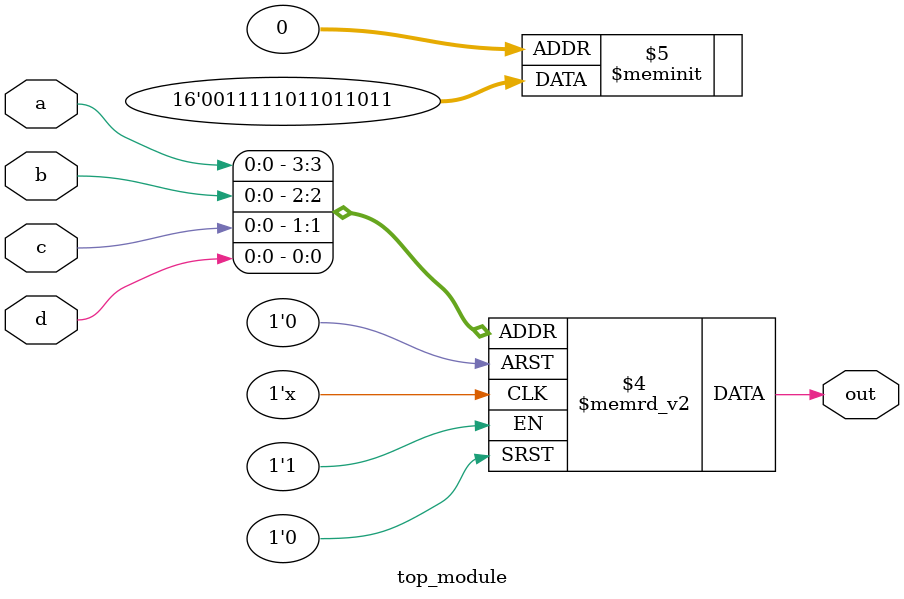
<source format=sv>
module top_module (
    input a, 
    input b,
    input c,
    input d,
    output reg out
);

    always @(a or b or c or d)
    begin
        case ({a, b, c, d})
            4'b0000: out = 1'b1;
            4'b0001: out = 1'b1;
            4'b0010: out = 1'b0;
            4'b0011: out = 1'b1;
            4'b0100: out = 1'b1;
            4'b0101: out = 1'b0;
            4'b0110: out = 1'b1;
            4'b0111: out = 1'b1;
            4'b1000: out = 1'b0;
            4'b1001: out = 1'b1;
            4'b1010: out = 1'b1;
            4'b1011: out = 1'b1;
            4'b1100: out = 1'b1;
            4'b1101: out = 1'b1;
            4'b1110: out = 1'b0;
            4'b1111: out = 1'b0;
        endcase
    end

endmodule

</source>
